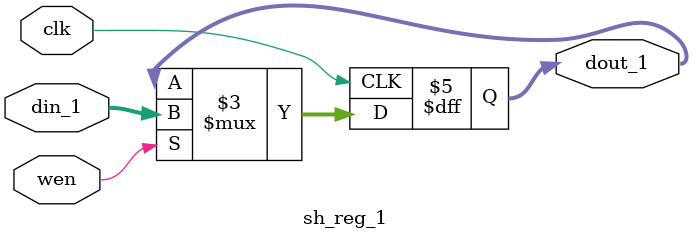
<source format=v>
module sh_reg_1 (clk, wen, din_1, dout_1);
   input clk; 
   input wen; 
   input[8 - 1:0] din_1; 
   output[8 - 1:0] dout_1; 
   reg[8 - 1:0] dout_1;
   always @(posedge clk)
   begin
         if (wen == 1'b1)
         begin
            dout_1 <= din_1 ; 
         end 
   end 
endmodule
</source>
